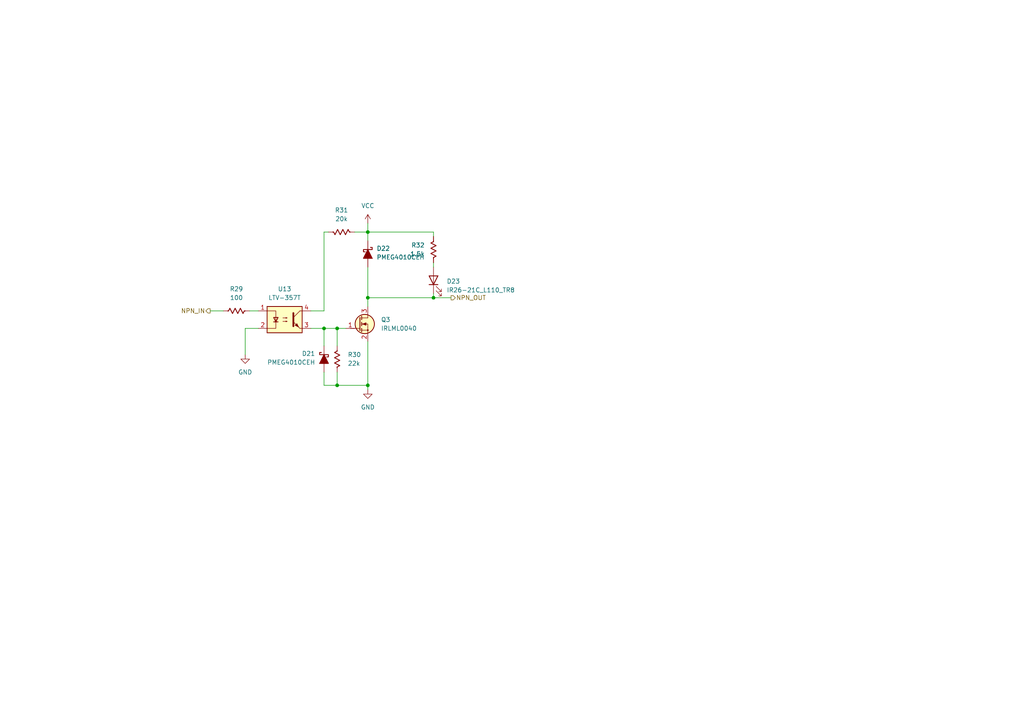
<source format=kicad_sch>
(kicad_sch (version 20250114) (generator "eeschema") (generator_version "9.0")
  (paper "A4")
  (lib_symbols
    (symbol "EasyEDA:GND" (power) (pin_numbers (hide yes)) (pin_names (offset 0) (hide yes))
      (property "Value" "GND" (at 0 -3.81 0))
      (symbol "GND_0_1"
        (polyline (pts (xy 0 0) (xy 0 -1.27) (xy 1.27 -1.27) (xy 0 -2.54) (xy -1.27 -1.27) (xy 0 -1.27)))
      )
      (symbol "GND_1_1"
        (pin power_in line (at 0 0 270) (length 0) (name "~") (number "1"))
      )
    )
    (symbol "EasyEDA:IRLML0040" (pin_names (hide yes))
      (property "Reference" "Q" (at 5.08 1.27 0))
      (property "Value" "IRLML0040" (at 5.08 -1.27 0))
      (symbol "IRLML0040_0_1"
        (polyline (pts (xy 0.254 1.905) (xy 0.254 -1.905)) (stroke (width 0.254)))
        (polyline (pts (xy 0.254 -1.27) (xy -2.54 -1.27)))
        (polyline (pts (xy 0.762 2.286) (xy 0.762 1.27)) (stroke (width 0.254)))
        (polyline (pts (xy 0.762 0.508) (xy 0.762 -0.508)) (stroke (width 0.254)))
        (polyline (pts (xy 0.762 -1.27) (xy 0.762 -2.286)) (stroke (width 0.254)))
        (polyline (pts (xy 0.762 -1.778) (xy 2.54 -1.778)))
        (polyline (pts (xy 1.016 0) (xy 2.032 0.381) (xy 2.032 -0.381) (xy 1.016 0)) (fill (type outline)))
        (circle (center 1.651 0) (radius 2.794) (stroke (width 0.254)) (fill (type background)))
        (polyline (pts (xy 2.54 2.54) (xy 2.54 1.778)))
        (polyline (pts (xy 2.54 1.778) (xy 0.762 1.778)))
        (circle (center 2.54 -1.778) (radius 0.1778) (fill (type outline)))
        (polyline (pts (xy 2.54 -2.54) (xy 2.54 0) (xy 0.762 0)))
      )
      (symbol "IRLML0040_1_1"
        (pin input line (at -3.81 -1.27 0) (length 2.54) (name "G") (number "1"))
        (pin passive line (at 2.54 5.08 270) (length 2.54) (name "D") (number "3"))
        (pin passive line (at 2.54 -5.08 90) (length 2.54) (name "S") (number "2"))
      )
    )
    (symbol "EasyEDA:LTV-357T" (pin_names (offset 1.016))
      (property "Reference" "U" (at -5.334 4.826 0))
      (property "Value" "LTV-357T" (at 0 5.08 0))
      (symbol "LTV-357T_0_1"
        (rectangle (start -5.08 3.81) (end 5.08 -3.81) (stroke (width 0.254)) (fill (type background)))
        (polyline (pts (xy -5.08 2.54) (xy -2.54 2.54) (xy -2.54 -0.762)))
        (polyline (pts (xy -3.175 -0.635) (xy -1.905 -0.635)) (stroke (width 0.254)))
        (polyline (pts (xy -2.54 -0.635) (xy -2.54 -2.54) (xy -5.08 -2.54)))
        (polyline (pts (xy -2.54 -0.635) (xy -3.175 0.635) (xy -1.905 0.635) (xy -2.54 -0.635)) (stroke (width 0.254)))
        (polyline (pts (xy -0.508 0.508) (xy 0.762 0.508) (xy 0.381 0.381) (xy 0.381 0.635) (xy 0.762 0.508)))
        (polyline (pts (xy -0.508 -0.508) (xy 0.762 -0.508) (xy 0.381 -0.635) (xy 0.381 -0.381) (xy 0.762 -0.508)))
        (polyline (pts (xy 2.54 1.905) (xy 2.54 -1.905)) (stroke (width 0.508)))
        (polyline (pts (xy 2.54 0.635) (xy 4.445 2.54)))
        (polyline (pts (xy 3.048 -1.651) (xy 3.556 -1.143) (xy 4.064 -2.159) (xy 3.048 -1.651)) (fill (type outline)))
        (polyline (pts (xy 4.445 2.54) (xy 5.08 2.54)))
        (polyline (pts (xy 4.445 -2.54) (xy 2.54 -0.635)) (fill (type outline)))
        (polyline (pts (xy 4.445 -2.54) (xy 5.08 -2.54)))
      )
      (symbol "LTV-357T_1_1"
        (pin passive line (at -7.62 2.54 0) (length 2.54) (name "~") (number "1"))
        (pin passive line (at -7.62 -2.54 0) (length 2.54) (name "~") (number "2"))
        (pin passive line (at 7.62 2.54 180) (length 2.54) (name "~") (number "4"))
        (pin passive line (at 7.62 -2.54 180) (length 2.54) (name "~") (number "3"))
      )
    )
    (symbol "EasyEDA:PMEG4010CEH" (pin_numbers (hide yes)) (pin_names (offset 1.016) (hide yes))
      (property "Reference" "D" (at 0 5.08 0))
      (property "Value" "PMEG4010CEH" (at 0 2.54 0))
      (symbol "PMEG4010CEH_0_1"
        (polyline (pts (xy -1.27 0) (xy 1.27 0)))
        (polyline (pts (xy -1.27 -1.27) (xy -1.27 1.27) (xy 1.27 0) (xy -1.27 -1.27)) (stroke (width 0.254)) (fill (type outline)))
        (polyline (pts (xy 1.905 -0.762) (xy 1.905 -1.27) (xy 1.27 -1.27) (xy 1.27 1.27) (xy 0.635 1.27) (xy 0.635 0.762)) (stroke (width 0.254)))
      )
      (symbol "PMEG4010CEH_0_2"
        (polyline (pts (xy -2.54 -2.54) (xy 2.54 2.54)))
        (polyline (pts (xy -0.889 -0.889) (xy -1.778 0) (xy 0.889 0.889) (xy 0 -1.778) (xy -0.889 -0.889)) (stroke (width 0.254)) (fill (type outline)))
        (polyline (pts (xy 0 1.778) (xy 1.778 0)) (stroke (width 0.254)))
        (polyline (pts (xy 0 1.778) (xy -0.381 1.397) (xy 0 1.016)) (stroke (width 0.254)))
        (polyline (pts (xy 1.778 0) (xy 2.159 0.381) (xy 1.778 0.762)) (stroke (width 0.254)))
      )
      (symbol "PMEG4010CEH_1_1"
        (pin passive line (at -3.81 0 0) (length 2.54) (name "A") (number "2"))
        (pin passive line (at 3.81 0 180) (length 2.54) (name "K") (number "1"))
      )
      (symbol "PMEG4010CEH_1_2"
        (pin passive line (at -2.54 -2.54 0) (length 0) (name "A") (number "2"))
        (pin passive line (at 2.54 2.54 180) (length 0) (name "K") (number "1"))
      )
    )
    (symbol "EasyEDA:R_0603" (pin_numbers (hide yes)) (pin_names (offset 0))
      (property "Reference" "R" (at 2.54 1.27 0))
      (property "Value" "R_0603" (at 2.54 -1.27 0))
      (symbol "R_0603_0_1"
        (polyline (pts (xy 0 2.286) (xy 0 2.54)) (stroke (width 0.254)))
        (polyline (pts (xy 0 2.286) (xy 0.762 1.905) (xy -0.762 1.143) (xy 0 0.762) (xy 0.762 0.381) (xy 0 0) (xy -0.762 -0.381) (xy 0 -0.762) (xy 0.762 -1.143) (xy 0 -1.524) (xy -0.762 -1.905) (xy 0 -2.286)) (stroke (width 0.254)))
        (polyline (pts (xy 0 -2.286) (xy 0 -2.54)) (stroke (width 0.254)))
      )
      (symbol "R_0603_0_2"
        (polyline (pts (xy -2.54 -2.54) (xy -1.778 -1.778)))
        (polyline (pts (xy -1.778 -1.778) (xy -1.524 -1.524)) (stroke (width 0.254)))
        (polyline (pts (xy -1.524 -1.524) (xy -1.778 -0.762) (xy -1.016 -1.016)) (stroke (width 0.254)))
        (polyline (pts (xy -0.508 -0.508) (xy -0.762 0.254) (xy 0 0)) (stroke (width 0.254)))
        (polyline (pts (xy -0.508 -0.508) (xy -0.254 -1.27) (xy -1.016 -1.016)) (stroke (width 0.254)))
        (polyline (pts (xy 0.508 0.508) (xy 0.254 1.27) (xy 1.016 1.016)) (stroke (width 0.254)))
        (polyline (pts (xy 0.508 0.508) (xy 0.762 -0.254) (xy 0 0)) (stroke (width 0.254)))
        (polyline (pts (xy 1.524 1.524) (xy 1.778 0.762) (xy 1.016 1.016)) (stroke (width 0.254)))
        (polyline (pts (xy 1.778 1.778) (xy 1.524 1.524)) (stroke (width 0.254)))
        (polyline (pts (xy 1.778 1.778) (xy 2.54 2.54)))
      )
      (symbol "R_0603_1_1"
        (pin passive line (at 0 3.81 270) (length 1.27) (name "~") (number "1"))
        (pin passive line (at 0 -3.81 90) (length 1.27) (name "~") (number "2"))
      )
      (symbol "R_0603_1_2"
        (pin passive line (at -2.54 -2.54 0) (length 0) (name "") (number "2"))
        (pin passive line (at 2.54 2.54 180) (length 0) (name "") (number "1"))
      )
    )
    (symbol "EasyEDA:VCC" (power) (pin_numbers (hide yes)) (pin_names (offset 0) (hide yes))
      (property "Value" "VCC" (at 0 3.556 0))
      (symbol "VCC_0_1"
        (polyline (pts (xy -0.762 1.27) (xy 0 2.54)))
        (polyline (pts (xy 0 2.54) (xy 0.762 1.27)))
        (polyline (pts (xy 0 0) (xy 0 2.54)))
      )
      (symbol "VCC_1_1"
        (pin power_in line (at 0 0 90) (length 0) (name "~") (number "1"))
      )
    )
    (symbol "LED:IR26-21C_L110_TR8" (pin_numbers (hide yes)) (pin_names (offset 1.016) (hide yes))
      (property "Reference" "D" (at 0 2.54 0))
      (property "Value" "IR26-21C_L110_TR8" (at 0 -3.81 0))
      (symbol "IR26-21C_L110_TR8_0_1"
        (polyline (pts (xy -3.048 -0.762) (xy -4.572 -2.286) (xy -3.81 -2.286) (xy -4.572 -2.286) (xy -4.572 -1.524)))
        (polyline (pts (xy -1.778 -0.762) (xy -3.302 -2.286) (xy -2.54 -2.286) (xy -3.302 -2.286) (xy -3.302 -1.524)))
        (polyline (pts (xy -1.27 0) (xy 1.27 0)))
        (polyline (pts (xy -1.27 -1.27) (xy -1.27 1.27)) (stroke (width 0.254)))
        (polyline (pts (xy 1.27 -1.27) (xy 1.27 1.27) (xy -1.27 0) (xy 1.27 -1.27)) (stroke (width 0.254)))
      )
      (symbol "IR26-21C_L110_TR8_1_1"
        (pin passive line (at -3.81 0 0) (length 2.54) (name "K") (number "1"))
        (pin passive line (at 3.81 0 180) (length 2.54) (name "A") (number "2"))
      )
    )
  )
  (junction (at 97.79 111.76))
  (junction (at 93.98 95.25))
  (junction (at 97.79 95.25))
  (junction (at 106.68 67.31))
  (junction (at 106.68 111.76))
  (junction (at 106.68 86.36))
  (junction (at 125.73 86.36))
  (wire (pts (xy 125.73 68.58) (xy 125.73 67.31)))
  (wire (pts (xy 97.79 95.25) (xy 100.33 95.25)))
  (wire (pts (xy 93.98 67.31) (xy 95.25 67.31)))
  (wire (pts (xy 102.87 67.31) (xy 106.68 67.31)))
  (wire (pts (xy 71.12 95.25) (xy 74.93 95.25)))
  (wire (pts (xy 93.98 95.25) (xy 93.98 100.33)))
  (wire (pts (xy 125.73 86.36) (xy 106.68 86.36)))
  (wire (pts (xy 72.39 90.17) (xy 74.93 90.17)))
  (wire (pts (xy 97.79 107.95) (xy 97.79 111.76)))
  (wire (pts (xy 93.98 95.25) (xy 90.17 95.25)))
  (wire (pts (xy 60.96 90.17) (xy 64.77 90.17)))
  (wire (pts (xy 125.73 86.36) (xy 130.81 86.36)))
  (wire (pts (xy 125.73 67.31) (xy 106.68 67.31)))
  (wire (pts (xy 106.68 67.31) (xy 106.68 69.85)))
  (wire (pts (xy 93.98 90.17) (xy 93.98 67.31)))
  (wire (pts (xy 106.68 111.76) (xy 106.68 113.03)))
  (wire (pts (xy 106.68 86.36) (xy 106.68 88.9)))
  (wire (pts (xy 125.73 85.09) (xy 125.73 86.36)))
  (wire (pts (xy 106.68 99.06) (xy 106.68 111.76)))
  (wire (pts (xy 97.79 111.76) (xy 106.68 111.76)))
  (wire (pts (xy 71.12 102.87) (xy 71.12 95.25)))
  (wire (pts (xy 93.98 111.76) (xy 97.79 111.76)))
  (wire (pts (xy 106.68 64.77) (xy 106.68 67.31)))
  (wire (pts (xy 93.98 95.25) (xy 97.79 95.25)))
  (wire (pts (xy 93.98 107.95) (xy 93.98 111.76)))
  (wire (pts (xy 97.79 95.25) (xy 97.79 100.33)))
  (wire (pts (xy 93.98 90.17) (xy 90.17 90.17)))
  (wire (pts (xy 106.68 77.47) (xy 106.68 86.36)))
  (wire (pts (xy 125.73 76.2) (xy 125.73 77.47)))
  (hierarchical_label "NPN_OUT" (shape output) (at 130.81 86.36 0))
  (hierarchical_label "NPN_IN" (shape output) (at 60.96 90.17 180))
  (symbol (lib_id "EasyEDA:VCC") (at 106.68 64.77 0) (unit 1)
    (property "Reference" "#PWR033" (effects (hide yes)))
    (property "Value" "VCC" (at 106.68 59.69 0))
    (property "Description" "Power symbol creates a global label with name \"VCC\"" (effects (hide yes)))
    (instances (project "Nivara_PCB" (path "" (reference "#PWR052") (unit 1)) (path "" (reference "#PWR033") (unit 1))))
  )
  (symbol (lib_id "EasyEDA:R_0603") (at 99.06 67.31 270) (mirror x) (unit 1)
    (property "Reference" "R15" (at 99.06 60.96 90))
    (property "Value" "20k" (at 99.06 63.5 90))
    (property "Footprint" "PCM_Resistor_SMD_AKL:R_0603_1608Metric" (effects (hide yes)))
    (property "Description" "SMD 0603 Chip Resistor, US Symbol, Alternate KiCad Library" (effects (hide yes)))
    (instances (project "Nivara_PCB" (path "" (reference "R31") (unit 1)) (path "" (reference "R15") (unit 1))))
  )
  (symbol (lib_id "EasyEDA:IRLML0040") (at 104.14 93.98 0) (unit 1)
    (property "Reference" "Q1" (at 110.49 92.7099 0) (effects (justify left)))
    (property "Value" "IRLML0040" (at 110.49 95.2499 0) (effects (justify left)))
    (property "Footprint" "PCM_Package_TO_SOT_SMD_AKL:SOT-23" (effects (hide yes)))
    (property "Datasheet" "https://www.tme.eu/Document/1c439a2ee55cd7132de81d42f8bd8d4f/irlml0040pbf.pdf" (effects (hide yes)))
    (property "Description" "SOT-23 N-MOSFET enchancement mode transistor, 40V, 3.6A, 1.3W, Alternate KiCAD Library" (effects (hide yes)))
    (instances (project "Nivara_PCB" (path "" (reference "Q3") (unit 1)) (path "" (reference "Q1") (unit 1))))
  )
  (symbol (lib_id "EasyEDA:PMEG4010CEH") (at 93.98 104.14 270) (mirror x) (unit 1)
    (property "Reference" "D12" (at 91.44 102.5524 90) (effects (justify right)))
    (property "Value" "PMEG4010CEH" (at 91.44 105.0924 90) (effects (justify right)))
    (property "Footprint" "PCM_Diode_SMD_AKL:D_SOD-123F" (effects (hide yes)))
    (property "Datasheet" "https://www.tme.eu/Document/6076ddfe18935c4c311aad91dddcf920/PMEG4010CEX-DTE.pdf" (effects (hide yes)))
    (property "Description" "SOD-123F Schottky diode, 40V, 1A, Alternate KiCAD Library" (effects (hide yes)))
    (instances (project "Nivara_PCB" (path "" (reference "D21") (unit 1)) (path "" (reference "D12") (unit 1))))
  )
  (symbol (lib_id "EasyEDA:PMEG4010CEH") (at 106.68 73.66 90) (unit 1)
    (property "Reference" "D13" (at 109.22 72.0724 90) (effects (justify right)))
    (property "Value" "PMEG4010CEH" (at 109.22 74.6124 90) (effects (justify right)))
    (property "Footprint" "PCM_Diode_SMD_AKL:D_SOD-123F" (effects (hide yes)))
    (property "Datasheet" "https://www.tme.eu/Document/6076ddfe18935c4c311aad91dddcf920/PMEG4010CEX-DTE.pdf" (effects (hide yes)))
    (property "Description" "SOD-123F Schottky diode, 40V, 1A, Alternate KiCAD Library" (effects (hide yes)))
    (instances (project "Nivara_PCB" (path "" (reference "D22") (unit 1)) (path "" (reference "D13") (unit 1))))
  )
  (symbol (lib_id "LED:IR26-21C_L110_TR8") (at 125.73 81.28 90) (unit 1)
    (property "Reference" "D14" (at 129.54 81.5974 90) (effects (justify right)))
    (property "Value" "IR26-21C_L110_TR8" (at 129.54 84.1374 90) (effects (justify right)))
    (property "Footprint" "LED_SMD:LED_1206_3216Metric" (effects (hide yes)))
    (property "Datasheet" "http://www.everlight.com/file/ProductFile/IR26-21C-L110-TR8.pdf" (effects (hide yes)))
    (property "Description" "940nm, 20 deg, Infrared LED, 1206" (effects (hide yes)))
    (instances (project "Nivara_PCB" (path "" (reference "D23") (unit 1)) (path "" (reference "D14") (unit 1))))
  )
  (symbol (lib_id "EasyEDA:R_0603") (at 125.73 72.39 0) (mirror y) (unit 1)
    (property "Reference" "R16" (at 123.19 71.1199 0) (effects (justify left)))
    (property "Value" "1.5k" (at 123.19 73.6599 0) (effects (justify left)))
    (property "Footprint" "PCM_Resistor_SMD_AKL:R_0603_1608Metric" (effects (hide yes)))
    (property "Description" "SMD 0603 Chip Resistor, US Symbol, Alternate KiCad Library" (effects (hide yes)))
    (instances (project "Nivara_PCB" (path "" (reference "R32") (unit 1)) (path "" (reference "R16") (unit 1))))
  )
  (symbol (lib_id "EasyEDA:LTV-357T") (at 82.55 92.71 0) (unit 1)
    (property "Reference" "U8" (at 82.55 83.82 0))
    (property "Value" "LTV-357T" (at 82.55 86.36 0))
    (property "Footprint" "Package_SO:SO-4_4.4x3.6mm_P2.54mm" (effects (hide yes)))
    (property "Datasheet" "https://www.buerklin.com/medias/sys_master/download/download/h91/ha0/8892020588574.pdf" (effects (hide yes)))
    (property "Description" "DC Optocoupler, Vce 35V, CTR 50%, SO-4" (effects (hide yes)))
    (instances (project "Nivara_PCB" (path "" (reference "U13") (unit 1)) (path "" (reference "U8") (unit 1))))
  )
  (symbol (lib_id "EasyEDA:R_0603") (at 68.58 90.17 90) (unit 1)
    (property "Reference" "R13" (at 68.58 83.82 90))
    (property "Value" "100" (at 68.58 86.36 90))
    (property "Footprint" "PCM_Resistor_SMD_AKL:R_0603_1608Metric" (effects (hide yes)))
    (property "Description" "SMD 0603 Chip Resistor, US Symbol, Alternate KiCad Library" (effects (hide yes)))
    (instances (project "Nivara_PCB" (path "" (reference "R29") (unit 1)) (path "" (reference "R13") (unit 1))))
  )
  (symbol (lib_id "EasyEDA:GND") (at 106.68 113.03 0) (unit 1)
    (property "Reference" "#PWR034" (effects (hide yes)))
    (property "Value" "GND" (at 106.68 118.11 0))
    (property "Description" "Power symbol creates a global label with name \"GND\" , ground" (effects (hide yes)))
    (instances (project "Nivara_PCB" (path "" (reference "#PWR053") (unit 1)) (path "" (reference "#PWR034") (unit 1))))
  )
  (symbol (lib_id "EasyEDA:GND") (at 71.12 102.87 0) (unit 1)
    (property "Reference" "#PWR032" (effects (hide yes)))
    (property "Value" "GND" (at 71.12 107.95 0))
    (property "Description" "Power symbol creates a global label with name \"GND\" , ground" (effects (hide yes)))
    (instances (project "Nivara_PCB" (path "" (reference "#PWR051") (unit 1)) (path "" (reference "#PWR032") (unit 1))))
  )
  (symbol (lib_id "EasyEDA:R_0603") (at 97.79 104.14 0) (mirror y) (unit 1)
    (property "Reference" "R14" (at 100.838 102.87 0) (effects (justify right)))
    (property "Value" "22k" (at 100.838 105.41 0) (effects (justify right)))
    (property "Footprint" "PCM_Resistor_SMD_AKL:R_0603_1608Metric" (effects (hide yes)))
    (property "Description" "SMD 0603 Chip Resistor, US Symbol, Alternate KiCad Library" (effects (hide yes)))
    (instances (project "Nivara_PCB" (path "" (reference "R30") (unit 1)) (path "" (reference "R14") (unit 1))))
  )
)
</source>
